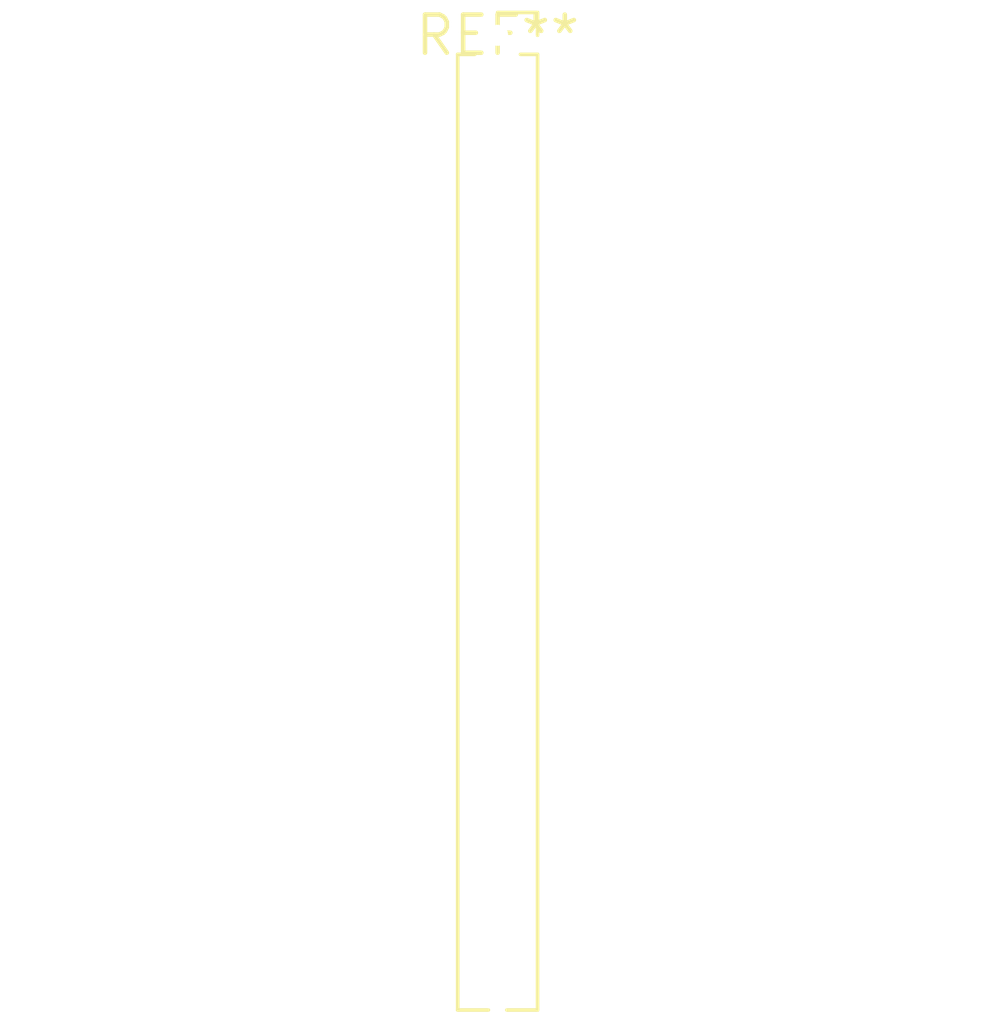
<source format=kicad_pcb>
(kicad_pcb (version 20240108) (generator pcbnew)
  (layers (0 "F.Cu" signal) (31 "B.Cu" signal) (34 "B.Paste" user) (35 "F.Paste" user) (36 "B.SilkS" user "B.Silkscreen") (37 "F.SilkS" user "F.Silkscreen") (38 "B.Mask" user) (39 "F.Mask" user) (44 "Edge.Cuts" user))
  (net 0 "")
  (footprint "PinSocket_1x26_P1.27mm_Vertical" (layer "F.Cu") (at 0 0)
    (property "Reference" "REF**")
    (property "Value" "PinSocket_1x26_P1.27mm_Vertical")
    (fp_line (start -1.33 0.635) (end -1.33 32.445) (layer "F.SilkS") (stroke (width 0.12)))
    (fp_line (start -1.33 0.635) (end -0.76 0.635) (layer "F.SilkS") (stroke (width 0.12)))
    (fp_line (start -1.33 32.445) (end -0.30753 32.445) (layer "F.SilkS") (stroke (width 0.12)))
    (fp_line (start 0 -0.76) (end 1.33 -0.76) (layer "F.SilkS") (stroke (width 0.12)))
    (fp_line (start 0.30753 32.445) (end 1.33 32.445) (layer "F.SilkS") (stroke (width 0.12)))
    (fp_line (start 0.76 0.635) (end 1.33 0.635) (layer "F.SilkS") (stroke (width 0.12)))
    (fp_line (start 1.33 -0.76) (end 1.33 0) (layer "F.SilkS") (stroke (width 0.12)))
    (fp_line (start 1.33 0.635) (end 1.33 32.445) (layer "F.SilkS") (stroke (width 0.12)))
    (pad "1" thru_hole rect (at 0 0) (size 1 1) (drill 0.7) (layers *.Cu *.Mask) (remove_unused_layers))
    (pad "2" thru_hole oval (at 0 1.27) (size 1 1) (drill 0.7) (layers *.Cu *.Mask) (remove_unused_layers))
    (pad "3" thru_hole oval (at 0 2.54) (size 1 1) (drill 0.7) (layers *.Cu *.Mask) (remove_unused_layers))
    (pad "4" thru_hole oval (at 0 3.81) (size 1 1) (drill 0.7) (layers *.Cu *.Mask) (remove_unused_layers))
    (pad "5" thru_hole oval (at 0 5.08) (size 1 1) (drill 0.7) (layers *.Cu *.Mask) (remove_unused_layers))
    (pad "6" thru_hole oval (at 0 6.35) (size 1 1) (drill 0.7) (layers *.Cu *.Mask) (remove_unused_layers))
    (pad "7" thru_hole oval (at 0 7.62) (size 1 1) (drill 0.7) (layers *.Cu *.Mask) (remove_unused_layers))
    (pad "8" thru_hole oval (at 0 8.89) (size 1 1) (drill 0.7) (layers *.Cu *.Mask) (remove_unused_layers))
    (pad "9" thru_hole oval (at 0 10.16) (size 1 1) (drill 0.7) (layers *.Cu *.Mask) (remove_unused_layers))
    (pad "10" thru_hole oval (at 0 11.43) (size 1 1) (drill 0.7) (layers *.Cu *.Mask) (remove_unused_layers))
    (pad "11" thru_hole oval (at 0 12.7) (size 1 1) (drill 0.7) (layers *.Cu *.Mask) (remove_unused_layers))
    (pad "12" thru_hole oval (at 0 13.97) (size 1 1) (drill 0.7) (layers *.Cu *.Mask) (remove_unused_layers))
    (pad "13" thru_hole oval (at 0 15.24) (size 1 1) (drill 0.7) (layers *.Cu *.Mask) (remove_unused_layers))
    (pad "14" thru_hole oval (at 0 16.51) (size 1 1) (drill 0.7) (layers *.Cu *.Mask) (remove_unused_layers))
    (pad "15" thru_hole oval (at 0 17.78) (size 1 1) (drill 0.7) (layers *.Cu *.Mask) (remove_unused_layers))
    (pad "16" thru_hole oval (at 0 19.05) (size 1 1) (drill 0.7) (layers *.Cu *.Mask) (remove_unused_layers))
    (pad "17" thru_hole oval (at 0 20.32) (size 1 1) (drill 0.7) (layers *.Cu *.Mask) (remove_unused_layers))
    (pad "18" thru_hole oval (at 0 21.59) (size 1 1) (drill 0.7) (layers *.Cu *.Mask) (remove_unused_layers))
    (pad "19" thru_hole oval (at 0 22.86) (size 1 1) (drill 0.7) (layers *.Cu *.Mask) (remove_unused_layers))
    (pad "20" thru_hole oval (at 0 24.13) (size 1 1) (drill 0.7) (layers *.Cu *.Mask) (remove_unused_layers))
    (pad "21" thru_hole oval (at 0 25.4) (size 1 1) (drill 0.7) (layers *.Cu *.Mask) (remove_unused_layers))
    (pad "22" thru_hole oval (at 0 26.67) (size 1 1) (drill 0.7) (layers *.Cu *.Mask) (remove_unused_layers))
    (pad "23" thru_hole oval (at 0 27.94) (size 1 1) (drill 0.7) (layers *.Cu *.Mask) (remove_unused_layers))
    (pad "24" thru_hole oval (at 0 29.21) (size 1 1) (drill 0.7) (layers *.Cu *.Mask) (remove_unused_layers))
    (pad "25" thru_hole oval (at 0 30.48) (size 1 1) (drill 0.7) (layers *.Cu *.Mask) (remove_unused_layers))
    (pad "26" thru_hole oval (at 0 31.75) (size 1 1) (drill 0.7) (layers *.Cu *.Mask) (remove_unused_layers))
  )
)
</source>
